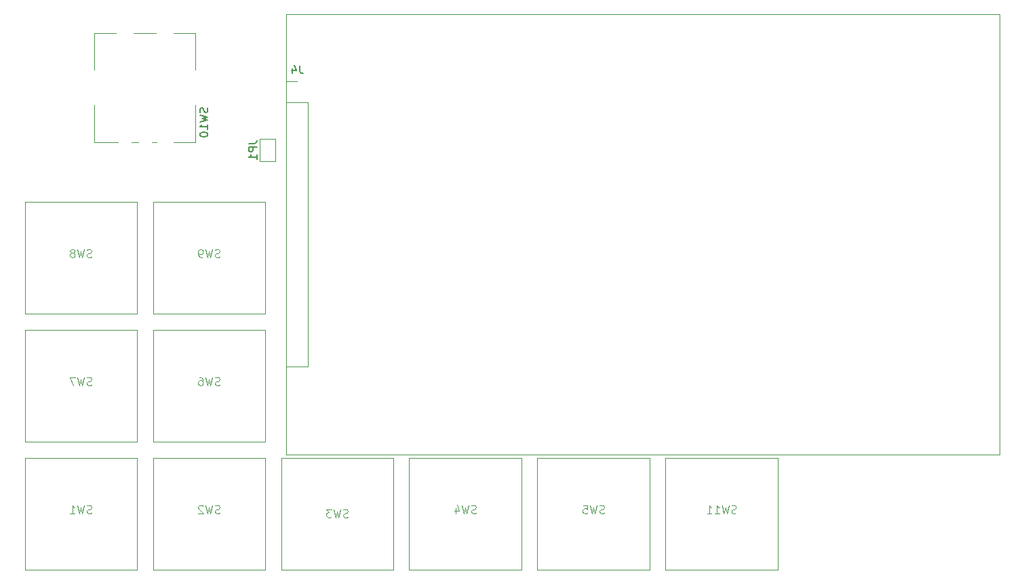
<source format=gbr>
%TF.GenerationSoftware,KiCad,Pcbnew,8.0.1*%
%TF.CreationDate,2024-04-21T23:41:19+02:00*%
%TF.ProjectId,PreciPSLoadFront,50726563-6950-4534-9c6f-616446726f6e,rev?*%
%TF.SameCoordinates,Original*%
%TF.FileFunction,Legend,Bot*%
%TF.FilePolarity,Positive*%
%FSLAX46Y46*%
G04 Gerber Fmt 4.6, Leading zero omitted, Abs format (unit mm)*
G04 Created by KiCad (PCBNEW 8.0.1) date 2024-04-21 23:41:19*
%MOMM*%
%LPD*%
G01*
G04 APERTURE LIST*
%ADD10C,0.150000*%
%ADD11C,0.100000*%
%ADD12C,0.120000*%
G04 APERTURE END LIST*
D10*
X77954819Y-41716666D02*
X78669104Y-41716666D01*
X78669104Y-41716666D02*
X78811961Y-41669047D01*
X78811961Y-41669047D02*
X78907200Y-41573809D01*
X78907200Y-41573809D02*
X78954819Y-41430952D01*
X78954819Y-41430952D02*
X78954819Y-41335714D01*
X78954819Y-42192857D02*
X77954819Y-42192857D01*
X77954819Y-42192857D02*
X77954819Y-42573809D01*
X77954819Y-42573809D02*
X78002438Y-42669047D01*
X78002438Y-42669047D02*
X78050057Y-42716666D01*
X78050057Y-42716666D02*
X78145295Y-42764285D01*
X78145295Y-42764285D02*
X78288152Y-42764285D01*
X78288152Y-42764285D02*
X78383390Y-42716666D01*
X78383390Y-42716666D02*
X78431009Y-42669047D01*
X78431009Y-42669047D02*
X78478628Y-42573809D01*
X78478628Y-42573809D02*
X78478628Y-42192857D01*
X78954819Y-43716666D02*
X78954819Y-43145238D01*
X78954819Y-43430952D02*
X77954819Y-43430952D01*
X77954819Y-43430952D02*
X78097676Y-43335714D01*
X78097676Y-43335714D02*
X78192914Y-43240476D01*
X78192914Y-43240476D02*
X78240533Y-43145238D01*
D11*
X106333332Y-87909800D02*
X106190475Y-87957419D01*
X106190475Y-87957419D02*
X105952380Y-87957419D01*
X105952380Y-87957419D02*
X105857142Y-87909800D01*
X105857142Y-87909800D02*
X105809523Y-87862180D01*
X105809523Y-87862180D02*
X105761904Y-87766942D01*
X105761904Y-87766942D02*
X105761904Y-87671704D01*
X105761904Y-87671704D02*
X105809523Y-87576466D01*
X105809523Y-87576466D02*
X105857142Y-87528847D01*
X105857142Y-87528847D02*
X105952380Y-87481228D01*
X105952380Y-87481228D02*
X106142856Y-87433609D01*
X106142856Y-87433609D02*
X106238094Y-87385990D01*
X106238094Y-87385990D02*
X106285713Y-87338371D01*
X106285713Y-87338371D02*
X106333332Y-87243133D01*
X106333332Y-87243133D02*
X106333332Y-87147895D01*
X106333332Y-87147895D02*
X106285713Y-87052657D01*
X106285713Y-87052657D02*
X106238094Y-87005038D01*
X106238094Y-87005038D02*
X106142856Y-86957419D01*
X106142856Y-86957419D02*
X105904761Y-86957419D01*
X105904761Y-86957419D02*
X105761904Y-87005038D01*
X105428570Y-86957419D02*
X105190475Y-87957419D01*
X105190475Y-87957419D02*
X104999999Y-87243133D01*
X104999999Y-87243133D02*
X104809523Y-87957419D01*
X104809523Y-87957419D02*
X104571428Y-86957419D01*
X103761904Y-87290752D02*
X103761904Y-87957419D01*
X103999999Y-86909800D02*
X104238094Y-87624085D01*
X104238094Y-87624085D02*
X103619047Y-87624085D01*
X74333332Y-55909800D02*
X74190475Y-55957419D01*
X74190475Y-55957419D02*
X73952380Y-55957419D01*
X73952380Y-55957419D02*
X73857142Y-55909800D01*
X73857142Y-55909800D02*
X73809523Y-55862180D01*
X73809523Y-55862180D02*
X73761904Y-55766942D01*
X73761904Y-55766942D02*
X73761904Y-55671704D01*
X73761904Y-55671704D02*
X73809523Y-55576466D01*
X73809523Y-55576466D02*
X73857142Y-55528847D01*
X73857142Y-55528847D02*
X73952380Y-55481228D01*
X73952380Y-55481228D02*
X74142856Y-55433609D01*
X74142856Y-55433609D02*
X74238094Y-55385990D01*
X74238094Y-55385990D02*
X74285713Y-55338371D01*
X74285713Y-55338371D02*
X74333332Y-55243133D01*
X74333332Y-55243133D02*
X74333332Y-55147895D01*
X74333332Y-55147895D02*
X74285713Y-55052657D01*
X74285713Y-55052657D02*
X74238094Y-55005038D01*
X74238094Y-55005038D02*
X74142856Y-54957419D01*
X74142856Y-54957419D02*
X73904761Y-54957419D01*
X73904761Y-54957419D02*
X73761904Y-55005038D01*
X73428570Y-54957419D02*
X73190475Y-55957419D01*
X73190475Y-55957419D02*
X72999999Y-55243133D01*
X72999999Y-55243133D02*
X72809523Y-55957419D01*
X72809523Y-55957419D02*
X72571428Y-54957419D01*
X72142856Y-55957419D02*
X71952380Y-55957419D01*
X71952380Y-55957419D02*
X71857142Y-55909800D01*
X71857142Y-55909800D02*
X71809523Y-55862180D01*
X71809523Y-55862180D02*
X71714285Y-55719323D01*
X71714285Y-55719323D02*
X71666666Y-55528847D01*
X71666666Y-55528847D02*
X71666666Y-55147895D01*
X71666666Y-55147895D02*
X71714285Y-55052657D01*
X71714285Y-55052657D02*
X71761904Y-55005038D01*
X71761904Y-55005038D02*
X71857142Y-54957419D01*
X71857142Y-54957419D02*
X72047618Y-54957419D01*
X72047618Y-54957419D02*
X72142856Y-55005038D01*
X72142856Y-55005038D02*
X72190475Y-55052657D01*
X72190475Y-55052657D02*
X72238094Y-55147895D01*
X72238094Y-55147895D02*
X72238094Y-55385990D01*
X72238094Y-55385990D02*
X72190475Y-55481228D01*
X72190475Y-55481228D02*
X72142856Y-55528847D01*
X72142856Y-55528847D02*
X72047618Y-55576466D01*
X72047618Y-55576466D02*
X71857142Y-55576466D01*
X71857142Y-55576466D02*
X71761904Y-55528847D01*
X71761904Y-55528847D02*
X71714285Y-55481228D01*
X71714285Y-55481228D02*
X71666666Y-55385990D01*
X58333332Y-71909800D02*
X58190475Y-71957419D01*
X58190475Y-71957419D02*
X57952380Y-71957419D01*
X57952380Y-71957419D02*
X57857142Y-71909800D01*
X57857142Y-71909800D02*
X57809523Y-71862180D01*
X57809523Y-71862180D02*
X57761904Y-71766942D01*
X57761904Y-71766942D02*
X57761904Y-71671704D01*
X57761904Y-71671704D02*
X57809523Y-71576466D01*
X57809523Y-71576466D02*
X57857142Y-71528847D01*
X57857142Y-71528847D02*
X57952380Y-71481228D01*
X57952380Y-71481228D02*
X58142856Y-71433609D01*
X58142856Y-71433609D02*
X58238094Y-71385990D01*
X58238094Y-71385990D02*
X58285713Y-71338371D01*
X58285713Y-71338371D02*
X58333332Y-71243133D01*
X58333332Y-71243133D02*
X58333332Y-71147895D01*
X58333332Y-71147895D02*
X58285713Y-71052657D01*
X58285713Y-71052657D02*
X58238094Y-71005038D01*
X58238094Y-71005038D02*
X58142856Y-70957419D01*
X58142856Y-70957419D02*
X57904761Y-70957419D01*
X57904761Y-70957419D02*
X57761904Y-71005038D01*
X57428570Y-70957419D02*
X57190475Y-71957419D01*
X57190475Y-71957419D02*
X56999999Y-71243133D01*
X56999999Y-71243133D02*
X56809523Y-71957419D01*
X56809523Y-71957419D02*
X56571428Y-70957419D01*
X56285713Y-70957419D02*
X55619047Y-70957419D01*
X55619047Y-70957419D02*
X56047618Y-71957419D01*
D10*
X72807200Y-37290476D02*
X72854819Y-37433333D01*
X72854819Y-37433333D02*
X72854819Y-37671428D01*
X72854819Y-37671428D02*
X72807200Y-37766666D01*
X72807200Y-37766666D02*
X72759580Y-37814285D01*
X72759580Y-37814285D02*
X72664342Y-37861904D01*
X72664342Y-37861904D02*
X72569104Y-37861904D01*
X72569104Y-37861904D02*
X72473866Y-37814285D01*
X72473866Y-37814285D02*
X72426247Y-37766666D01*
X72426247Y-37766666D02*
X72378628Y-37671428D01*
X72378628Y-37671428D02*
X72331009Y-37480952D01*
X72331009Y-37480952D02*
X72283390Y-37385714D01*
X72283390Y-37385714D02*
X72235771Y-37338095D01*
X72235771Y-37338095D02*
X72140533Y-37290476D01*
X72140533Y-37290476D02*
X72045295Y-37290476D01*
X72045295Y-37290476D02*
X71950057Y-37338095D01*
X71950057Y-37338095D02*
X71902438Y-37385714D01*
X71902438Y-37385714D02*
X71854819Y-37480952D01*
X71854819Y-37480952D02*
X71854819Y-37719047D01*
X71854819Y-37719047D02*
X71902438Y-37861904D01*
X71854819Y-38195238D02*
X72854819Y-38433333D01*
X72854819Y-38433333D02*
X72140533Y-38623809D01*
X72140533Y-38623809D02*
X72854819Y-38814285D01*
X72854819Y-38814285D02*
X71854819Y-39052381D01*
X72854819Y-39957142D02*
X72854819Y-39385714D01*
X72854819Y-39671428D02*
X71854819Y-39671428D01*
X71854819Y-39671428D02*
X71997676Y-39576190D01*
X71997676Y-39576190D02*
X72092914Y-39480952D01*
X72092914Y-39480952D02*
X72140533Y-39385714D01*
X71854819Y-40576190D02*
X71854819Y-40671428D01*
X71854819Y-40671428D02*
X71902438Y-40766666D01*
X71902438Y-40766666D02*
X71950057Y-40814285D01*
X71950057Y-40814285D02*
X72045295Y-40861904D01*
X72045295Y-40861904D02*
X72235771Y-40909523D01*
X72235771Y-40909523D02*
X72473866Y-40909523D01*
X72473866Y-40909523D02*
X72664342Y-40861904D01*
X72664342Y-40861904D02*
X72759580Y-40814285D01*
X72759580Y-40814285D02*
X72807200Y-40766666D01*
X72807200Y-40766666D02*
X72854819Y-40671428D01*
X72854819Y-40671428D02*
X72854819Y-40576190D01*
X72854819Y-40576190D02*
X72807200Y-40480952D01*
X72807200Y-40480952D02*
X72759580Y-40433333D01*
X72759580Y-40433333D02*
X72664342Y-40385714D01*
X72664342Y-40385714D02*
X72473866Y-40338095D01*
X72473866Y-40338095D02*
X72235771Y-40338095D01*
X72235771Y-40338095D02*
X72045295Y-40385714D01*
X72045295Y-40385714D02*
X71950057Y-40433333D01*
X71950057Y-40433333D02*
X71902438Y-40480952D01*
X71902438Y-40480952D02*
X71854819Y-40576190D01*
D11*
X138809523Y-87909800D02*
X138666666Y-87957419D01*
X138666666Y-87957419D02*
X138428571Y-87957419D01*
X138428571Y-87957419D02*
X138333333Y-87909800D01*
X138333333Y-87909800D02*
X138285714Y-87862180D01*
X138285714Y-87862180D02*
X138238095Y-87766942D01*
X138238095Y-87766942D02*
X138238095Y-87671704D01*
X138238095Y-87671704D02*
X138285714Y-87576466D01*
X138285714Y-87576466D02*
X138333333Y-87528847D01*
X138333333Y-87528847D02*
X138428571Y-87481228D01*
X138428571Y-87481228D02*
X138619047Y-87433609D01*
X138619047Y-87433609D02*
X138714285Y-87385990D01*
X138714285Y-87385990D02*
X138761904Y-87338371D01*
X138761904Y-87338371D02*
X138809523Y-87243133D01*
X138809523Y-87243133D02*
X138809523Y-87147895D01*
X138809523Y-87147895D02*
X138761904Y-87052657D01*
X138761904Y-87052657D02*
X138714285Y-87005038D01*
X138714285Y-87005038D02*
X138619047Y-86957419D01*
X138619047Y-86957419D02*
X138380952Y-86957419D01*
X138380952Y-86957419D02*
X138238095Y-87005038D01*
X137904761Y-86957419D02*
X137666666Y-87957419D01*
X137666666Y-87957419D02*
X137476190Y-87243133D01*
X137476190Y-87243133D02*
X137285714Y-87957419D01*
X137285714Y-87957419D02*
X137047619Y-86957419D01*
X136142857Y-87957419D02*
X136714285Y-87957419D01*
X136428571Y-87957419D02*
X136428571Y-86957419D01*
X136428571Y-86957419D02*
X136523809Y-87100276D01*
X136523809Y-87100276D02*
X136619047Y-87195514D01*
X136619047Y-87195514D02*
X136714285Y-87243133D01*
X135190476Y-87957419D02*
X135761904Y-87957419D01*
X135476190Y-87957419D02*
X135476190Y-86957419D01*
X135476190Y-86957419D02*
X135571428Y-87100276D01*
X135571428Y-87100276D02*
X135666666Y-87195514D01*
X135666666Y-87195514D02*
X135761904Y-87243133D01*
X90333332Y-88409800D02*
X90190475Y-88457419D01*
X90190475Y-88457419D02*
X89952380Y-88457419D01*
X89952380Y-88457419D02*
X89857142Y-88409800D01*
X89857142Y-88409800D02*
X89809523Y-88362180D01*
X89809523Y-88362180D02*
X89761904Y-88266942D01*
X89761904Y-88266942D02*
X89761904Y-88171704D01*
X89761904Y-88171704D02*
X89809523Y-88076466D01*
X89809523Y-88076466D02*
X89857142Y-88028847D01*
X89857142Y-88028847D02*
X89952380Y-87981228D01*
X89952380Y-87981228D02*
X90142856Y-87933609D01*
X90142856Y-87933609D02*
X90238094Y-87885990D01*
X90238094Y-87885990D02*
X90285713Y-87838371D01*
X90285713Y-87838371D02*
X90333332Y-87743133D01*
X90333332Y-87743133D02*
X90333332Y-87647895D01*
X90333332Y-87647895D02*
X90285713Y-87552657D01*
X90285713Y-87552657D02*
X90238094Y-87505038D01*
X90238094Y-87505038D02*
X90142856Y-87457419D01*
X90142856Y-87457419D02*
X89904761Y-87457419D01*
X89904761Y-87457419D02*
X89761904Y-87505038D01*
X89428570Y-87457419D02*
X89190475Y-88457419D01*
X89190475Y-88457419D02*
X88999999Y-87743133D01*
X88999999Y-87743133D02*
X88809523Y-88457419D01*
X88809523Y-88457419D02*
X88571428Y-87457419D01*
X88285713Y-87457419D02*
X87666666Y-87457419D01*
X87666666Y-87457419D02*
X87999999Y-87838371D01*
X87999999Y-87838371D02*
X87857142Y-87838371D01*
X87857142Y-87838371D02*
X87761904Y-87885990D01*
X87761904Y-87885990D02*
X87714285Y-87933609D01*
X87714285Y-87933609D02*
X87666666Y-88028847D01*
X87666666Y-88028847D02*
X87666666Y-88266942D01*
X87666666Y-88266942D02*
X87714285Y-88362180D01*
X87714285Y-88362180D02*
X87761904Y-88409800D01*
X87761904Y-88409800D02*
X87857142Y-88457419D01*
X87857142Y-88457419D02*
X88142856Y-88457419D01*
X88142856Y-88457419D02*
X88238094Y-88409800D01*
X88238094Y-88409800D02*
X88285713Y-88362180D01*
D10*
X84333333Y-31984819D02*
X84333333Y-32699104D01*
X84333333Y-32699104D02*
X84380952Y-32841961D01*
X84380952Y-32841961D02*
X84476190Y-32937200D01*
X84476190Y-32937200D02*
X84619047Y-32984819D01*
X84619047Y-32984819D02*
X84714285Y-32984819D01*
X83428571Y-32318152D02*
X83428571Y-32984819D01*
X83666666Y-31937200D02*
X83904761Y-32651485D01*
X83904761Y-32651485D02*
X83285714Y-32651485D01*
D11*
X122333332Y-87909800D02*
X122190475Y-87957419D01*
X122190475Y-87957419D02*
X121952380Y-87957419D01*
X121952380Y-87957419D02*
X121857142Y-87909800D01*
X121857142Y-87909800D02*
X121809523Y-87862180D01*
X121809523Y-87862180D02*
X121761904Y-87766942D01*
X121761904Y-87766942D02*
X121761904Y-87671704D01*
X121761904Y-87671704D02*
X121809523Y-87576466D01*
X121809523Y-87576466D02*
X121857142Y-87528847D01*
X121857142Y-87528847D02*
X121952380Y-87481228D01*
X121952380Y-87481228D02*
X122142856Y-87433609D01*
X122142856Y-87433609D02*
X122238094Y-87385990D01*
X122238094Y-87385990D02*
X122285713Y-87338371D01*
X122285713Y-87338371D02*
X122333332Y-87243133D01*
X122333332Y-87243133D02*
X122333332Y-87147895D01*
X122333332Y-87147895D02*
X122285713Y-87052657D01*
X122285713Y-87052657D02*
X122238094Y-87005038D01*
X122238094Y-87005038D02*
X122142856Y-86957419D01*
X122142856Y-86957419D02*
X121904761Y-86957419D01*
X121904761Y-86957419D02*
X121761904Y-87005038D01*
X121428570Y-86957419D02*
X121190475Y-87957419D01*
X121190475Y-87957419D02*
X120999999Y-87243133D01*
X120999999Y-87243133D02*
X120809523Y-87957419D01*
X120809523Y-87957419D02*
X120571428Y-86957419D01*
X119714285Y-86957419D02*
X120190475Y-86957419D01*
X120190475Y-86957419D02*
X120238094Y-87433609D01*
X120238094Y-87433609D02*
X120190475Y-87385990D01*
X120190475Y-87385990D02*
X120095237Y-87338371D01*
X120095237Y-87338371D02*
X119857142Y-87338371D01*
X119857142Y-87338371D02*
X119761904Y-87385990D01*
X119761904Y-87385990D02*
X119714285Y-87433609D01*
X119714285Y-87433609D02*
X119666666Y-87528847D01*
X119666666Y-87528847D02*
X119666666Y-87766942D01*
X119666666Y-87766942D02*
X119714285Y-87862180D01*
X119714285Y-87862180D02*
X119761904Y-87909800D01*
X119761904Y-87909800D02*
X119857142Y-87957419D01*
X119857142Y-87957419D02*
X120095237Y-87957419D01*
X120095237Y-87957419D02*
X120190475Y-87909800D01*
X120190475Y-87909800D02*
X120238094Y-87862180D01*
X58333332Y-87909800D02*
X58190475Y-87957419D01*
X58190475Y-87957419D02*
X57952380Y-87957419D01*
X57952380Y-87957419D02*
X57857142Y-87909800D01*
X57857142Y-87909800D02*
X57809523Y-87862180D01*
X57809523Y-87862180D02*
X57761904Y-87766942D01*
X57761904Y-87766942D02*
X57761904Y-87671704D01*
X57761904Y-87671704D02*
X57809523Y-87576466D01*
X57809523Y-87576466D02*
X57857142Y-87528847D01*
X57857142Y-87528847D02*
X57952380Y-87481228D01*
X57952380Y-87481228D02*
X58142856Y-87433609D01*
X58142856Y-87433609D02*
X58238094Y-87385990D01*
X58238094Y-87385990D02*
X58285713Y-87338371D01*
X58285713Y-87338371D02*
X58333332Y-87243133D01*
X58333332Y-87243133D02*
X58333332Y-87147895D01*
X58333332Y-87147895D02*
X58285713Y-87052657D01*
X58285713Y-87052657D02*
X58238094Y-87005038D01*
X58238094Y-87005038D02*
X58142856Y-86957419D01*
X58142856Y-86957419D02*
X57904761Y-86957419D01*
X57904761Y-86957419D02*
X57761904Y-87005038D01*
X57428570Y-86957419D02*
X57190475Y-87957419D01*
X57190475Y-87957419D02*
X56999999Y-87243133D01*
X56999999Y-87243133D02*
X56809523Y-87957419D01*
X56809523Y-87957419D02*
X56571428Y-86957419D01*
X55666666Y-87957419D02*
X56238094Y-87957419D01*
X55952380Y-87957419D02*
X55952380Y-86957419D01*
X55952380Y-86957419D02*
X56047618Y-87100276D01*
X56047618Y-87100276D02*
X56142856Y-87195514D01*
X56142856Y-87195514D02*
X56238094Y-87243133D01*
X74333332Y-87909800D02*
X74190475Y-87957419D01*
X74190475Y-87957419D02*
X73952380Y-87957419D01*
X73952380Y-87957419D02*
X73857142Y-87909800D01*
X73857142Y-87909800D02*
X73809523Y-87862180D01*
X73809523Y-87862180D02*
X73761904Y-87766942D01*
X73761904Y-87766942D02*
X73761904Y-87671704D01*
X73761904Y-87671704D02*
X73809523Y-87576466D01*
X73809523Y-87576466D02*
X73857142Y-87528847D01*
X73857142Y-87528847D02*
X73952380Y-87481228D01*
X73952380Y-87481228D02*
X74142856Y-87433609D01*
X74142856Y-87433609D02*
X74238094Y-87385990D01*
X74238094Y-87385990D02*
X74285713Y-87338371D01*
X74285713Y-87338371D02*
X74333332Y-87243133D01*
X74333332Y-87243133D02*
X74333332Y-87147895D01*
X74333332Y-87147895D02*
X74285713Y-87052657D01*
X74285713Y-87052657D02*
X74238094Y-87005038D01*
X74238094Y-87005038D02*
X74142856Y-86957419D01*
X74142856Y-86957419D02*
X73904761Y-86957419D01*
X73904761Y-86957419D02*
X73761904Y-87005038D01*
X73428570Y-86957419D02*
X73190475Y-87957419D01*
X73190475Y-87957419D02*
X72999999Y-87243133D01*
X72999999Y-87243133D02*
X72809523Y-87957419D01*
X72809523Y-87957419D02*
X72571428Y-86957419D01*
X72238094Y-87052657D02*
X72190475Y-87005038D01*
X72190475Y-87005038D02*
X72095237Y-86957419D01*
X72095237Y-86957419D02*
X71857142Y-86957419D01*
X71857142Y-86957419D02*
X71761904Y-87005038D01*
X71761904Y-87005038D02*
X71714285Y-87052657D01*
X71714285Y-87052657D02*
X71666666Y-87147895D01*
X71666666Y-87147895D02*
X71666666Y-87243133D01*
X71666666Y-87243133D02*
X71714285Y-87385990D01*
X71714285Y-87385990D02*
X72285713Y-87957419D01*
X72285713Y-87957419D02*
X71666666Y-87957419D01*
X74333332Y-71909800D02*
X74190475Y-71957419D01*
X74190475Y-71957419D02*
X73952380Y-71957419D01*
X73952380Y-71957419D02*
X73857142Y-71909800D01*
X73857142Y-71909800D02*
X73809523Y-71862180D01*
X73809523Y-71862180D02*
X73761904Y-71766942D01*
X73761904Y-71766942D02*
X73761904Y-71671704D01*
X73761904Y-71671704D02*
X73809523Y-71576466D01*
X73809523Y-71576466D02*
X73857142Y-71528847D01*
X73857142Y-71528847D02*
X73952380Y-71481228D01*
X73952380Y-71481228D02*
X74142856Y-71433609D01*
X74142856Y-71433609D02*
X74238094Y-71385990D01*
X74238094Y-71385990D02*
X74285713Y-71338371D01*
X74285713Y-71338371D02*
X74333332Y-71243133D01*
X74333332Y-71243133D02*
X74333332Y-71147895D01*
X74333332Y-71147895D02*
X74285713Y-71052657D01*
X74285713Y-71052657D02*
X74238094Y-71005038D01*
X74238094Y-71005038D02*
X74142856Y-70957419D01*
X74142856Y-70957419D02*
X73904761Y-70957419D01*
X73904761Y-70957419D02*
X73761904Y-71005038D01*
X73428570Y-70957419D02*
X73190475Y-71957419D01*
X73190475Y-71957419D02*
X72999999Y-71243133D01*
X72999999Y-71243133D02*
X72809523Y-71957419D01*
X72809523Y-71957419D02*
X72571428Y-70957419D01*
X71761904Y-70957419D02*
X71952380Y-70957419D01*
X71952380Y-70957419D02*
X72047618Y-71005038D01*
X72047618Y-71005038D02*
X72095237Y-71052657D01*
X72095237Y-71052657D02*
X72190475Y-71195514D01*
X72190475Y-71195514D02*
X72238094Y-71385990D01*
X72238094Y-71385990D02*
X72238094Y-71766942D01*
X72238094Y-71766942D02*
X72190475Y-71862180D01*
X72190475Y-71862180D02*
X72142856Y-71909800D01*
X72142856Y-71909800D02*
X72047618Y-71957419D01*
X72047618Y-71957419D02*
X71857142Y-71957419D01*
X71857142Y-71957419D02*
X71761904Y-71909800D01*
X71761904Y-71909800D02*
X71714285Y-71862180D01*
X71714285Y-71862180D02*
X71666666Y-71766942D01*
X71666666Y-71766942D02*
X71666666Y-71528847D01*
X71666666Y-71528847D02*
X71714285Y-71433609D01*
X71714285Y-71433609D02*
X71761904Y-71385990D01*
X71761904Y-71385990D02*
X71857142Y-71338371D01*
X71857142Y-71338371D02*
X72047618Y-71338371D01*
X72047618Y-71338371D02*
X72142856Y-71385990D01*
X72142856Y-71385990D02*
X72190475Y-71433609D01*
X72190475Y-71433609D02*
X72238094Y-71528847D01*
X58333332Y-55909800D02*
X58190475Y-55957419D01*
X58190475Y-55957419D02*
X57952380Y-55957419D01*
X57952380Y-55957419D02*
X57857142Y-55909800D01*
X57857142Y-55909800D02*
X57809523Y-55862180D01*
X57809523Y-55862180D02*
X57761904Y-55766942D01*
X57761904Y-55766942D02*
X57761904Y-55671704D01*
X57761904Y-55671704D02*
X57809523Y-55576466D01*
X57809523Y-55576466D02*
X57857142Y-55528847D01*
X57857142Y-55528847D02*
X57952380Y-55481228D01*
X57952380Y-55481228D02*
X58142856Y-55433609D01*
X58142856Y-55433609D02*
X58238094Y-55385990D01*
X58238094Y-55385990D02*
X58285713Y-55338371D01*
X58285713Y-55338371D02*
X58333332Y-55243133D01*
X58333332Y-55243133D02*
X58333332Y-55147895D01*
X58333332Y-55147895D02*
X58285713Y-55052657D01*
X58285713Y-55052657D02*
X58238094Y-55005038D01*
X58238094Y-55005038D02*
X58142856Y-54957419D01*
X58142856Y-54957419D02*
X57904761Y-54957419D01*
X57904761Y-54957419D02*
X57761904Y-55005038D01*
X57428570Y-54957419D02*
X57190475Y-55957419D01*
X57190475Y-55957419D02*
X56999999Y-55243133D01*
X56999999Y-55243133D02*
X56809523Y-55957419D01*
X56809523Y-55957419D02*
X56571428Y-54957419D01*
X56047618Y-55385990D02*
X56142856Y-55338371D01*
X56142856Y-55338371D02*
X56190475Y-55290752D01*
X56190475Y-55290752D02*
X56238094Y-55195514D01*
X56238094Y-55195514D02*
X56238094Y-55147895D01*
X56238094Y-55147895D02*
X56190475Y-55052657D01*
X56190475Y-55052657D02*
X56142856Y-55005038D01*
X56142856Y-55005038D02*
X56047618Y-54957419D01*
X56047618Y-54957419D02*
X55857142Y-54957419D01*
X55857142Y-54957419D02*
X55761904Y-55005038D01*
X55761904Y-55005038D02*
X55714285Y-55052657D01*
X55714285Y-55052657D02*
X55666666Y-55147895D01*
X55666666Y-55147895D02*
X55666666Y-55195514D01*
X55666666Y-55195514D02*
X55714285Y-55290752D01*
X55714285Y-55290752D02*
X55761904Y-55338371D01*
X55761904Y-55338371D02*
X55857142Y-55385990D01*
X55857142Y-55385990D02*
X56047618Y-55385990D01*
X56047618Y-55385990D02*
X56142856Y-55433609D01*
X56142856Y-55433609D02*
X56190475Y-55481228D01*
X56190475Y-55481228D02*
X56238094Y-55576466D01*
X56238094Y-55576466D02*
X56238094Y-55766942D01*
X56238094Y-55766942D02*
X56190475Y-55862180D01*
X56190475Y-55862180D02*
X56142856Y-55909800D01*
X56142856Y-55909800D02*
X56047618Y-55957419D01*
X56047618Y-55957419D02*
X55857142Y-55957419D01*
X55857142Y-55957419D02*
X55761904Y-55909800D01*
X55761904Y-55909800D02*
X55714285Y-55862180D01*
X55714285Y-55862180D02*
X55666666Y-55766942D01*
X55666666Y-55766942D02*
X55666666Y-55576466D01*
X55666666Y-55576466D02*
X55714285Y-55481228D01*
X55714285Y-55481228D02*
X55761904Y-55433609D01*
X55761904Y-55433609D02*
X55857142Y-55385990D01*
D12*
%TO.C,JP1*%
X79300000Y-43950000D02*
X79300000Y-41150000D01*
X79300000Y-41150000D02*
X81300000Y-41150000D01*
X81300000Y-43950000D02*
X79300000Y-43950000D01*
X81300000Y-41150000D02*
X81300000Y-43950000D01*
%TO.C,SW4*%
D11*
X98000000Y-95000000D02*
X112000000Y-95000000D01*
X112000000Y-81000000D01*
X98000000Y-81000000D01*
X98000000Y-95000000D01*
%TO.C,SW9*%
X66000000Y-63000000D02*
X80000000Y-63000000D01*
X80000000Y-49000000D01*
X66000000Y-49000000D01*
X66000000Y-63000000D01*
%TO.C,SW7*%
X50000000Y-79000000D02*
X64000000Y-79000000D01*
X64000000Y-65000000D01*
X50000000Y-65000000D01*
X50000000Y-79000000D01*
D12*
%TO.C,SW10*%
X58690000Y-27940000D02*
X61400000Y-27940000D01*
X58690000Y-32550000D02*
X58690000Y-27940000D01*
X58690000Y-41560000D02*
X58690000Y-36950000D01*
X58690000Y-41560000D02*
X61650000Y-41560000D01*
X63350000Y-41560000D02*
X64150000Y-41560000D01*
X63600000Y-27940000D02*
X66400000Y-27940000D01*
X65850000Y-41560000D02*
X66450000Y-41560000D01*
X68600000Y-27940000D02*
X71300000Y-27940000D01*
X71300000Y-27940000D02*
X71300000Y-32550000D01*
X71310000Y-36950000D02*
X71310000Y-41560000D01*
X71310000Y-41560000D02*
X68550000Y-41560000D01*
%TO.C,SW11*%
D11*
X130000000Y-95000000D02*
X144000000Y-95000000D01*
X144000000Y-81000000D01*
X130000000Y-81000000D01*
X130000000Y-95000000D01*
%TO.C,SW3*%
X82000000Y-95000000D02*
X96000000Y-95000000D01*
X96000000Y-81000000D01*
X82000000Y-81000000D01*
X82000000Y-95000000D01*
D12*
%TO.C,J4*%
X82670000Y-33970000D02*
X84000000Y-33970000D01*
X82670000Y-35300000D02*
X82670000Y-33970000D01*
X82670000Y-36570000D02*
X85330000Y-36570000D01*
X82670000Y-69650000D02*
X82670000Y-36570000D01*
X82670000Y-69650000D02*
X85330000Y-69650000D01*
X85330000Y-69650000D02*
X85330000Y-36570000D01*
D11*
X82670000Y-80610000D02*
X171670000Y-80610000D01*
X171670000Y-25610000D01*
X82670000Y-25610000D01*
X82670000Y-80610000D01*
%TO.C,SW5*%
X114000000Y-95000000D02*
X128000000Y-95000000D01*
X128000000Y-81000000D01*
X114000000Y-81000000D01*
X114000000Y-95000000D01*
%TO.C,SW1*%
X50000000Y-95000000D02*
X64000000Y-95000000D01*
X64000000Y-81000000D01*
X50000000Y-81000000D01*
X50000000Y-95000000D01*
%TO.C,SW2*%
X66000000Y-95000000D02*
X80000000Y-95000000D01*
X80000000Y-81000000D01*
X66000000Y-81000000D01*
X66000000Y-95000000D01*
%TO.C,SW6*%
X66000000Y-79000000D02*
X80000000Y-79000000D01*
X80000000Y-65000000D01*
X66000000Y-65000000D01*
X66000000Y-79000000D01*
%TO.C,SW8*%
X50000000Y-63000000D02*
X64000000Y-63000000D01*
X64000000Y-49000000D01*
X50000000Y-49000000D01*
X50000000Y-63000000D01*
%TD*%
M02*

</source>
